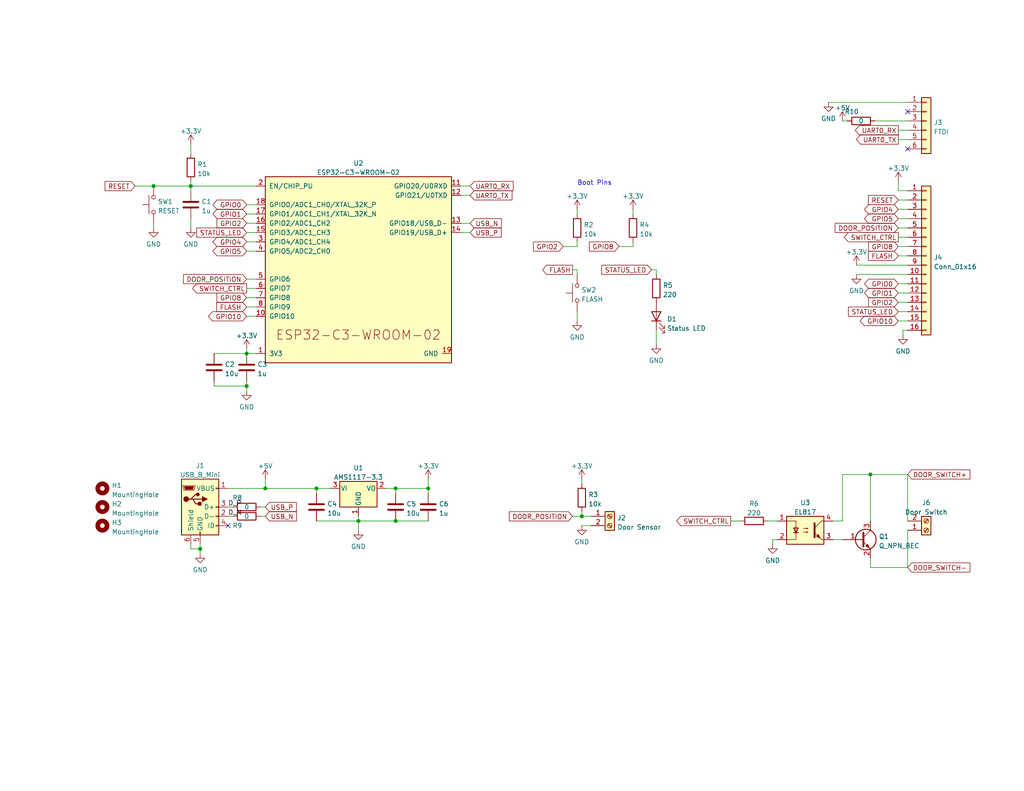
<source format=kicad_sch>
(kicad_sch (version 20211123) (generator eeschema)
  (paper "USLetter")
  (title_block (rev "1") (comment 1 "Design for JLCPCB 1-2 Layer Service"))
  (lib_symbols
    (symbol "Connector:Screw_Terminal_01x02" (pin_names (offset 1.016) hide)
      (property "Reference" "J" (at 0 2.54 0))
      (property "Value" "Screw_Terminal_01x02" (at 0 -5.08 0))
      (symbol "Screw_Terminal_01x02_1_1"
        (rectangle (start -1.27 1.27) (end 1.27 -3.81) (stroke (width 0.254)) (fill (type background)))
        (circle (center 0 -2.54) (radius 0.635) (stroke (width 0.1524)))
        (polyline (pts (xy -0.5334 -2.2098) (xy 0.3302 -3.048)) (stroke (width 0.1524)))
        (polyline (pts (xy -0.5334 0.3302) (xy 0.3302 -0.508)) (stroke (width 0.1524)))
        (polyline (pts (xy -0.3556 -2.032) (xy 0.508 -2.8702)) (stroke (width 0.1524)))
        (polyline (pts (xy -0.3556 0.508) (xy 0.508 -0.3302)) (stroke (width 0.1524)))
        (circle (center 0 0) (radius 0.635) (stroke (width 0.1524)))
        (pin passive line (at -5.08 0 0) (length 3.81) (name "Pin_1") (number "1"))
        (pin passive line (at -5.08 -2.54 0) (length 3.81) (name "Pin_2") (number "2"))
      )
    )
    (symbol "Connector:USB_B_Mini" (pin_names (offset 1.016))
      (property "Reference" "J" (at -5.08 11.43 0))
      (property "Value" "USB_B_Mini" (at -5.08 8.89 0))
      (symbol "USB_B_Mini_0_1"
        (rectangle (start -5.08 -7.62) (end 5.08 7.62) (stroke (width 0.254)) (fill (type background)))
        (circle (center -3.81 2.159) (radius 0.635) (stroke (width 0.254)) (fill (type outline)))
        (circle (center -0.635 3.429) (radius 0.381) (stroke (width 0.254)) (fill (type outline)))
        (rectangle (start -0.127 -7.62) (end 0.127 -6.858))
        (polyline (pts (xy -1.905 2.159) (xy 0.635 2.159)) (stroke (width 0.254)))
        (polyline (pts (xy -3.175 2.159) (xy -2.54 2.159) (xy -1.27 3.429) (xy -0.635 3.429)) (stroke (width 0.254)))
        (polyline (pts (xy -2.54 2.159) (xy -1.905 2.159) (xy -1.27 0.889) (xy 0 0.889)) (stroke (width 0.254)))
        (polyline (pts (xy 0.635 2.794) (xy 0.635 1.524) (xy 1.905 2.159) (xy 0.635 2.794)) (stroke (width 0.254)) (fill (type outline)))
        (polyline (pts (xy -4.318 5.588) (xy -1.778 5.588) (xy -2.032 4.826) (xy -4.064 4.826) (xy -4.318 5.588)) (fill (type outline)))
        (polyline (pts (xy -4.699 5.842) (xy -4.699 5.588) (xy -4.445 4.826) (xy -4.445 4.572) (xy -1.651 4.572) (xy -1.651 4.826) (xy -1.397 5.588) (xy -1.397 5.842) (xy -4.699 5.842)))
        (rectangle (start 0.254 1.27) (end -0.508 0.508) (stroke (width 0.254)) (fill (type outline)))
        (rectangle (start 5.08 -5.207) (end 4.318 -4.953))
        (rectangle (start 5.08 -2.667) (end 4.318 -2.413))
        (rectangle (start 5.08 -0.127) (end 4.318 0.127))
        (rectangle (start 5.08 4.953) (end 4.318 5.207))
      )
      (symbol "USB_B_Mini_1_1"
        (pin power_out line (at 7.62 5.08 180) (length 2.54) (name "VBUS") (number "1"))
        (pin bidirectional line (at 7.62 -2.54 180) (length 2.54) (name "D-") (number "2"))
        (pin bidirectional line (at 7.62 0 180) (length 2.54) (name "D+") (number "3"))
        (pin passive line (at 7.62 -5.08 180) (length 2.54) (name "ID") (number "4"))
        (pin power_out line (at 0 -10.16 90) (length 2.54) (name "GND") (number "5"))
        (pin passive line (at -2.54 -10.16 90) (length 2.54) (name "Shield") (number "6"))
      )
    )
    (symbol "Connector_Generic:Conn_01x06" (pin_names (offset 1.016) hide)
      (property "Reference" "J" (at 0 7.62 0))
      (property "Value" "Conn_01x06" (at 0 -10.16 0))
      (symbol "Conn_01x06_1_1"
        (rectangle (start -1.27 -7.493) (end 0 -7.747) (stroke (width 0.1524)))
        (rectangle (start -1.27 -4.953) (end 0 -5.207) (stroke (width 0.1524)))
        (rectangle (start -1.27 -2.413) (end 0 -2.667) (stroke (width 0.1524)))
        (rectangle (start -1.27 0.127) (end 0 -0.127) (stroke (width 0.1524)))
        (rectangle (start -1.27 2.667) (end 0 2.413) (stroke (width 0.1524)))
        (rectangle (start -1.27 5.207) (end 0 4.953) (stroke (width 0.1524)))
        (rectangle (start -1.27 6.35) (end 1.27 -8.89) (stroke (width 0.254)) (fill (type background)))
        (pin passive line (at -5.08 5.08 0) (length 3.81) (name "Pin_1") (number "1"))
        (pin passive line (at -5.08 2.54 0) (length 3.81) (name "Pin_2") (number "2"))
        (pin passive line (at -5.08 0 0) (length 3.81) (name "Pin_3") (number "3"))
        (pin passive line (at -5.08 -2.54 0) (length 3.81) (name "Pin_4") (number "4"))
        (pin passive line (at -5.08 -5.08 0) (length 3.81) (name "Pin_5") (number "5"))
        (pin passive line (at -5.08 -7.62 0) (length 3.81) (name "Pin_6") (number "6"))
      )
    )
    (symbol "Connector_Generic:Conn_01x16" (pin_names (offset 1.016) hide)
      (property "Reference" "J" (at 0 20.32 0))
      (property "Value" "Conn_01x16" (at 0 -22.86 0))
      (symbol "Conn_01x16_1_1"
        (rectangle (start -1.27 -20.193) (end 0 -20.447) (stroke (width 0.1524)))
        (rectangle (start -1.27 -17.653) (end 0 -17.907) (stroke (width 0.1524)))
        (rectangle (start -1.27 -15.113) (end 0 -15.367) (stroke (width 0.1524)))
        (rectangle (start -1.27 -12.573) (end 0 -12.827) (stroke (width 0.1524)))
        (rectangle (start -1.27 -10.033) (end 0 -10.287) (stroke (width 0.1524)))
        (rectangle (start -1.27 -7.493) (end 0 -7.747) (stroke (width 0.1524)))
        (rectangle (start -1.27 -4.953) (end 0 -5.207) (stroke (width 0.1524)))
        (rectangle (start -1.27 -2.413) (end 0 -2.667) (stroke (width 0.1524)))
        (rectangle (start -1.27 0.127) (end 0 -0.127) (stroke (width 0.1524)))
        (rectangle (start -1.27 2.667) (end 0 2.413) (stroke (width 0.1524)))
        (rectangle (start -1.27 5.207) (end 0 4.953) (stroke (width 0.1524)))
        (rectangle (start -1.27 7.747) (end 0 7.493) (stroke (width 0.1524)))
        (rectangle (start -1.27 10.287) (end 0 10.033) (stroke (width 0.1524)))
        (rectangle (start -1.27 12.827) (end 0 12.573) (stroke (width 0.1524)))
        (rectangle (start -1.27 15.367) (end 0 15.113) (stroke (width 0.1524)))
        (rectangle (start -1.27 17.907) (end 0 17.653) (stroke (width 0.1524)))
        (rectangle (start -1.27 19.05) (end 1.27 -21.59) (stroke (width 0.254)) (fill (type background)))
        (pin passive line (at -5.08 17.78 0) (length 3.81) (name "Pin_1") (number "1"))
        (pin passive line (at -5.08 -5.08 0) (length 3.81) (name "Pin_10") (number "10"))
        (pin passive line (at -5.08 -7.62 0) (length 3.81) (name "Pin_11") (number "11"))
        (pin passive line (at -5.08 -10.16 0) (length 3.81) (name "Pin_12") (number "12"))
        (pin passive line (at -5.08 -12.7 0) (length 3.81) (name "Pin_13") (number "13"))
        (pin passive line (at -5.08 -15.24 0) (length 3.81) (name "Pin_14") (number "14"))
        (pin passive line (at -5.08 -17.78 0) (length 3.81) (name "Pin_15") (number "15"))
        (pin passive line (at -5.08 -20.32 0) (length 3.81) (name "Pin_16") (number "16"))
        (pin passive line (at -5.08 15.24 0) (length 3.81) (name "Pin_2") (number "2"))
        (pin passive line (at -5.08 12.7 0) (length 3.81) (name "Pin_3") (number "3"))
        (pin passive line (at -5.08 10.16 0) (length 3.81) (name "Pin_4") (number "4"))
        (pin passive line (at -5.08 7.62 0) (length 3.81) (name "Pin_5") (number "5"))
        (pin passive line (at -5.08 5.08 0) (length 3.81) (name "Pin_6") (number "6"))
        (pin passive line (at -5.08 2.54 0) (length 3.81) (name "Pin_7") (number "7"))
        (pin passive line (at -5.08 0 0) (length 3.81) (name "Pin_8") (number "8"))
        (pin passive line (at -5.08 -2.54 0) (length 3.81) (name "Pin_9") (number "9"))
      )
    )
    (symbol "Device:C" (pin_numbers hide) (pin_names (offset 0.254))
      (property "Reference" "C" (at 0.635 2.54 0))
      (property "Value" "C" (at 0.635 -2.54 0))
      (symbol "C_0_1"
        (polyline (pts (xy -2.032 -0.762) (xy 2.032 -0.762)) (stroke (width 0.508)))
        (polyline (pts (xy -2.032 0.762) (xy 2.032 0.762)) (stroke (width 0.508)))
      )
      (symbol "C_1_1"
        (pin passive line (at 0 3.81 270) (length 2.794) (name "~") (number "1"))
        (pin passive line (at 0 -3.81 90) (length 2.794) (name "~") (number "2"))
      )
    )
    (symbol "Device:LED" (pin_numbers hide) (pin_names (offset 1.016) hide)
      (property "Reference" "D" (at 0 2.54 0))
      (property "Value" "LED" (at 0 -2.54 0))
      (symbol "LED_0_1"
        (polyline (pts (xy -1.27 -1.27) (xy -1.27 1.27)) (stroke (width 0.254)))
        (polyline (pts (xy -1.27 0) (xy 1.27 0)))
        (polyline (pts (xy 1.27 -1.27) (xy 1.27 1.27) (xy -1.27 0) (xy 1.27 -1.27)) (stroke (width 0.254)))
        (polyline (pts (xy -3.048 -0.762) (xy -4.572 -2.286) (xy -3.81 -2.286) (xy -4.572 -2.286) (xy -4.572 -1.524)))
        (polyline (pts (xy -1.778 -0.762) (xy -3.302 -2.286) (xy -2.54 -2.286) (xy -3.302 -2.286) (xy -3.302 -1.524)))
      )
      (symbol "LED_1_1"
        (pin passive line (at -3.81 0 0) (length 2.54) (name "K") (number "1"))
        (pin passive line (at 3.81 0 180) (length 2.54) (name "A") (number "2"))
      )
    )
    (symbol "Device:Q_NPN_BEC" (pin_names (offset 0) hide)
      (property "Reference" "Q" (at 5.08 1.27 0))
      (property "Value" "Q_NPN_BEC" (at 5.08 -1.27 0))
      (symbol "Q_NPN_BEC_0_1"
        (polyline (pts (xy 0.635 0.635) (xy 2.54 2.54)))
        (polyline (pts (xy 0.635 -0.635) (xy 2.54 -2.54) (xy 2.54 -2.54)))
        (polyline (pts (xy 0.635 1.905) (xy 0.635 -1.905) (xy 0.635 -1.905)) (stroke (width 0.508)))
        (polyline (pts (xy 1.27 -1.778) (xy 1.778 -1.27) (xy 2.286 -2.286) (xy 1.27 -1.778) (xy 1.27 -1.778)) (fill (type outline)))
        (circle (center 1.27 0) (radius 2.8194) (stroke (width 0.254)))
      )
      (symbol "Q_NPN_BEC_1_1"
        (pin input line (at -5.08 0 0) (length 5.715) (name "B") (number "1"))
        (pin passive line (at 2.54 -5.08 90) (length 2.54) (name "E") (number "2"))
        (pin passive line (at 2.54 5.08 270) (length 2.54) (name "C") (number "3"))
      )
    )
    (symbol "Device:R" (pin_numbers hide) (pin_names (offset 0))
      (property "Reference" "R" (at 2.032 0 90))
      (property "Value" "R" (at 0 0 90))
      (symbol "R_0_1"
        (rectangle (start -1.016 -2.54) (end 1.016 2.54) (stroke (width 0.254)))
      )
      (symbol "R_1_1"
        (pin passive line (at 0 3.81 270) (length 1.27) (name "~") (number "1"))
        (pin passive line (at 0 -3.81 90) (length 1.27) (name "~") (number "2"))
      )
    )
    (symbol "Espressif:ESP32-C3-WROOM-02" (pin_names (offset 1.016))
      (property "Reference" "U" (at -25.4 30.48 0))
      (property "Value" "ESP32-C3-WROOM-02" (at -25.4 27.94 0))
      (symbol "ESP32-C3-WROOM-02_0_0"
        (text "ESP32-C3-WROOM-02" (at 0 -17.78 0) (effects (font (size 2.54 2.54))))
      )
      (symbol "ESP32-C3-WROOM-02_0_1"
        (rectangle (start -25.4 25.4) (end 25.4 -25.4) (stroke (width 0.254)) (fill (type background)))
      )
      (symbol "ESP32-C3-WROOM-02_1_1"
        (pin power_in line (at -27.94 -22.86 0) (length 2.54) (name "3V3") (number "1"))
        (pin bidirectional line (at -27.94 -12.7 0) (length 2.54) (name "GPIO10") (number "10"))
        (pin bidirectional line (at 27.94 22.86 180) (length 2.54) (name "GPIO20/U0RXD") (number "11"))
        (pin bidirectional line (at 27.94 20.32 180) (length 2.54) (name "GPIO21/U0TXD") (number "12"))
        (pin bidirectional line (at 27.94 12.7 180) (length 2.54) (name "GPIO18/USB_D-") (number "13"))
        (pin bidirectional line (at 27.94 10.16 180) (length 2.54) (name "GPIO19/USB_D+") (number "14"))
        (pin bidirectional line (at -27.94 10.16 0) (length 2.54) (name "GPIO3/ADC1_CH3") (number "15"))
        (pin bidirectional line (at -27.94 12.7 0) (length 2.54) (name "GPIO2/ADC1_CH2") (number "16"))
        (pin bidirectional line (at -27.94 15.24 0) (length 2.54) (name "GPIO1/ADC1_CH1/XTAL_32K_N") (number "17"))
        (pin bidirectional line (at -27.94 17.78 0) (length 2.54) (name "GPIO0/ADC1_CH0/XTAL_32K_P") (number "18"))
        (pin passive line (at 25.4 -22.86 180) (length 2.54) (name "GND") (number "19"))
        (pin input line (at -27.94 22.86 0) (length 2.54) (name "EN/CHIP_PU") (number "2"))
        (pin bidirectional line (at -27.94 7.62 0) (length 2.54) (name "GPIO4/ADC1_CH4") (number "3"))
        (pin bidirectional line (at -27.94 5.08 0) (length 2.54) (name "GPIO5/ADC2_CH0") (number "4"))
        (pin bidirectional line (at -27.94 -2.54 0) (length 2.54) (name "GPIO6") (number "5"))
        (pin bidirectional line (at -27.94 -5.08 0) (length 2.54) (name "GPIO7") (number "6"))
        (pin bidirectional line (at -27.94 -7.62 0) (length 2.54) (name "GPIO8") (number "7"))
        (pin bidirectional line (at -27.94 -10.16 0) (length 2.54) (name "GPIO9") (number "8"))
        (pin power_in line (at 25.4 -22.86 180) (length 2.54) hide (name "GND") (number "9"))
      )
    )
    (symbol "Isolator:EL817" (pin_names (offset 1.016))
      (property "Reference" "U" (at -5.08 5.08 0))
      (property "Value" "EL817" (at 0 5.08 0))
      (symbol "EL817_0_1"
        (rectangle (start -5.08 3.81) (end 5.08 -3.81) (stroke (width 0.254)) (fill (type background)))
        (polyline (pts (xy -3.175 -0.635) (xy -1.905 -0.635)) (stroke (width 0.254)))
        (polyline (pts (xy 2.54 0.635) (xy 4.445 2.54)))
        (polyline (pts (xy 4.445 -2.54) (xy 2.54 -0.635)) (fill (type outline)))
        (polyline (pts (xy 4.445 -2.54) (xy 5.08 -2.54)))
        (polyline (pts (xy 4.445 2.54) (xy 5.08 2.54)))
        (polyline (pts (xy -5.08 2.54) (xy -2.54 2.54) (xy -2.54 -0.635)))
        (polyline (pts (xy -2.54 -0.635) (xy -2.54 -2.54) (xy -5.08 -2.54)))
        (polyline (pts (xy 2.54 1.905) (xy 2.54 -1.905) (xy 2.54 -1.905)) (stroke (width 0.508)))
        (polyline (pts (xy -2.54 -0.635) (xy -3.175 0.635) (xy -1.905 0.635) (xy -2.54 -0.635)) (stroke (width 0.254)))
        (polyline (pts (xy -0.508 -0.508) (xy 0.762 -0.508) (xy 0.381 -0.635) (xy 0.381 -0.381) (xy 0.762 -0.508)))
        (polyline (pts (xy -0.508 0.508) (xy 0.762 0.508) (xy 0.381 0.381) (xy 0.381 0.635) (xy 0.762 0.508)))
        (polyline (pts (xy 3.048 -1.651) (xy 3.556 -1.143) (xy 4.064 -2.159) (xy 3.048 -1.651) (xy 3.048 -1.651)) (fill (type outline)))
      )
      (symbol "EL817_1_1"
        (pin passive line (at -7.62 2.54 0) (length 2.54) (name "~") (number "1"))
        (pin passive line (at -7.62 -2.54 0) (length 2.54) (name "~") (number "2"))
        (pin passive line (at 7.62 -2.54 180) (length 2.54) (name "~") (number "3"))
        (pin passive line (at 7.62 2.54 180) (length 2.54) (name "~") (number "4"))
      )
    )
    (symbol "Mechanical:MountingHole" (pin_names (offset 1.016))
      (property "Reference" "H" (at 0 5.08 0))
      (property "Value" "MountingHole" (at 0 3.175 0))
      (symbol "MountingHole_0_1"
        (circle (center 0 0) (radius 1.27) (stroke (width 1.27)))
      )
    )
    (symbol "Regulator_Linear:AMS1117-3.3" (pin_names (offset 0.254))
      (property "Reference" "U" (at -3.81 3.175 0))
      (property "Value" "AMS1117-3.3" (at 0 3.175 0))
      (symbol "AMS1117-3.3_0_1"
        (rectangle (start -5.08 -5.08) (end 5.08 1.905) (stroke (width 0.254)) (fill (type background)))
      )
      (symbol "AMS1117-3.3_1_1"
        (pin power_in line (at 0 -7.62 90) (length 2.54) (name "GND") (number "1"))
        (pin power_out line (at 7.62 0 180) (length 2.54) (name "VO") (number "2"))
        (pin power_in line (at -7.62 0 0) (length 2.54) (name "VI") (number "3"))
      )
    )
    (symbol "Switch:SW_Push" (pin_numbers hide) (pin_names (offset 1.016) hide)
      (property "Reference" "SW" (at 1.27 2.54 0))
      (property "Value" "SW_Push" (at 0 -1.524 0))
      (symbol "SW_Push_0_1"
        (circle (center -2.032 0) (radius 0.508))
        (polyline (pts (xy 0 1.27) (xy 0 3.048)))
        (polyline (pts (xy 2.54 1.27) (xy -2.54 1.27)))
        (circle (center 2.032 0) (radius 0.508))
        (pin passive line (at -5.08 0 0) (length 2.54) (name "1") (number "1"))
        (pin passive line (at 5.08 0 180) (length 2.54) (name "2") (number "2"))
      )
    )
    (symbol "power:+3.3V" (power) (pin_names (offset 0))
      (property "Value" "+3.3V" (at 0 3.556 0))
      (symbol "+3.3V_0_1"
        (polyline (pts (xy -0.762 1.27) (xy 0 2.54)))
        (polyline (pts (xy 0 0) (xy 0 2.54)))
        (polyline (pts (xy 0 2.54) (xy 0.762 1.27)))
      )
      (symbol "+3.3V_1_1"
        (pin power_in line (at 0 0 90) (length 0) hide (name "+3.3V") (number "1"))
      )
    )
    (symbol "power:+5V" (power) (pin_names (offset 0))
      (property "Value" "+5V" (at 0 3.556 0))
      (symbol "+5V_0_1"
        (polyline (pts (xy -0.762 1.27) (xy 0 2.54)))
        (polyline (pts (xy 0 0) (xy 0 2.54)))
        (polyline (pts (xy 0 2.54) (xy 0.762 1.27)))
      )
      (symbol "+5V_1_1"
        (pin power_in line (at 0 0 90) (length 0) hide (name "+5V") (number "1"))
      )
    )
    (symbol "power:GND" (power) (pin_names (offset 0))
      (property "Value" "GND" (at 0 -3.81 0))
      (symbol "GND_0_1"
        (polyline (pts (xy 0 0) (xy 0 -1.27) (xy 1.27 -1.27) (xy 0 -2.54) (xy -1.27 -1.27) (xy 0 -1.27)))
      )
      (symbol "GND_1_1"
        (pin power_in line (at 0 0 270) (length 0) hide (name "GND") (number "1"))
      )
    )
  )
  (junction (at 67.31 96.52))
  (junction (at 107.95 133.35))
  (junction (at 97.79 142.24))
  (junction (at 67.31 105.41))
  (junction (at 41.91 50.8))
  (junction (at 158.75 140.97))
  (junction (at 107.95 142.24))
  (junction (at 116.84 133.35))
  (junction (at 54.61 149.86))
  (junction (at 86.36 133.35))
  (junction (at 72.39 133.35))
  (junction (at 52.07 50.8))
  (junction (at 237.49 129.54))
  (no_connect (at 247.65 40.64))
  (no_connect (at 247.65 30.48))
  (no_connect (at 62.23 143.51))
  (wire (pts (xy 245.11 82.55) (xy 247.65 82.55)))
  (wire (pts (xy 67.31 104.14) (xy 67.31 105.41)))
  (wire (pts (xy 107.95 133.35) (xy 107.95 134.62)))
  (wire (pts (xy 229.87 129.54) (xy 229.87 142.24)))
  (wire (pts (xy 245.11 62.23) (xy 247.65 62.23)))
  (wire (pts (xy 156.21 73.66) (xy 157.48 73.66)))
  (wire (pts (xy 86.36 133.35) (xy 86.36 134.62)))
  (wire (pts (xy 67.31 83.82) (xy 69.85 83.82)))
  (wire (pts (xy 172.72 57.15) (xy 172.72 58.42)))
  (wire (pts (xy 158.75 139.7) (xy 158.75 140.97)))
  (wire (pts (xy 237.49 154.94) (xy 247.65 154.94)))
  (wire (pts (xy 90.17 133.35) (xy 86.36 133.35)))
  (wire (pts (xy 245.11 77.47) (xy 247.65 77.47)))
  (wire (pts (xy 107.95 133.35) (xy 116.84 133.35)))
  (wire (pts (xy 125.73 63.5) (xy 128.27 63.5)))
  (wire (pts (xy 246.38 90.17) (xy 246.38 91.44)))
  (wire (pts (xy 237.49 129.54) (xy 237.49 142.24)))
  (wire (pts (xy 158.75 140.97) (xy 161.29 140.97)))
  (wire (pts (xy 107.95 142.24) (xy 116.84 142.24)))
  (wire (pts (xy 245.11 38.1) (xy 247.65 38.1)))
  (wire (pts (xy 67.31 60.96) (xy 69.85 60.96)))
  (wire (pts (xy 229.87 33.02) (xy 231.14 33.02)))
  (wire (pts (xy 245.11 54.61) (xy 247.65 54.61)))
  (wire (pts (xy 62.23 140.97) (xy 63.5 140.97)))
  (wire (pts (xy 199.39 142.24) (xy 201.93 142.24)))
  (wire (pts (xy 226.06 27.94) (xy 247.65 27.94)))
  (wire (pts (xy 245.11 57.15) (xy 247.65 57.15)))
  (wire (pts (xy 116.84 133.35) (xy 116.84 134.62)))
  (wire (pts (xy 229.87 129.54) (xy 237.49 129.54)))
  (wire (pts (xy 227.33 147.32) (xy 229.87 147.32)))
  (wire (pts (xy 210.82 147.32) (xy 210.82 148.59)))
  (wire (pts (xy 247.65 154.94) (xy 247.65 144.78)))
  (wire (pts (xy 62.23 133.35) (xy 72.39 133.35)))
  (wire (pts (xy 72.39 138.43) (xy 71.12 138.43)))
  (wire (pts (xy 41.91 50.8) (xy 52.07 50.8)))
  (wire (pts (xy 67.31 95.25) (xy 67.31 96.52)))
  (wire (pts (xy 36.83 50.8) (xy 41.91 50.8)))
  (wire (pts (xy 157.48 73.66) (xy 157.48 74.93)))
  (wire (pts (xy 245.11 52.07) (xy 247.65 52.07)))
  (wire (pts (xy 71.12 140.97) (xy 72.39 140.97)))
  (wire (pts (xy 245.11 80.01) (xy 247.65 80.01)))
  (wire (pts (xy 67.31 58.42) (xy 69.85 58.42)))
  (wire (pts (xy 116.84 133.35) (xy 116.84 130.81)))
  (wire (pts (xy 67.31 66.04) (xy 69.85 66.04)))
  (wire (pts (xy 157.48 57.15) (xy 157.48 58.42)))
  (wire (pts (xy 245.11 35.56) (xy 247.65 35.56)))
  (wire (pts (xy 58.42 96.52) (xy 67.31 96.52)))
  (wire (pts (xy 67.31 76.2) (xy 69.85 76.2)))
  (wire (pts (xy 245.11 87.63) (xy 247.65 87.63)))
  (wire (pts (xy 237.49 129.54) (xy 247.65 129.54)))
  (wire (pts (xy 67.31 81.28) (xy 69.85 81.28)))
  (wire (pts (xy 247.65 129.54) (xy 247.65 142.24)))
  (wire (pts (xy 245.11 49.53) (xy 245.11 52.07)))
  (wire (pts (xy 212.09 147.32) (xy 210.82 147.32)))
  (wire (pts (xy 58.42 104.14) (xy 58.42 105.41)))
  (wire (pts (xy 245.11 85.09) (xy 247.65 85.09)))
  (wire (pts (xy 63.5 138.43) (xy 62.23 138.43)))
  (wire (pts (xy 245.11 67.31) (xy 247.65 67.31)))
  (wire (pts (xy 233.68 74.93) (xy 247.65 74.93)))
  (wire (pts (xy 172.72 66.04) (xy 172.72 67.31)))
  (wire (pts (xy 67.31 68.58) (xy 69.85 68.58)))
  (wire (pts (xy 168.91 67.31) (xy 172.72 67.31)))
  (wire (pts (xy 156.21 140.97) (xy 158.75 140.97)))
  (wire (pts (xy 125.73 53.34) (xy 128.27 53.34)))
  (wire (pts (xy 97.79 142.24) (xy 107.95 142.24)))
  (wire (pts (xy 105.41 133.35) (xy 107.95 133.35)))
  (wire (pts (xy 227.33 142.24) (xy 229.87 142.24)))
  (wire (pts (xy 67.31 55.88) (xy 69.85 55.88)))
  (wire (pts (xy 67.31 63.5) (xy 69.85 63.5)))
  (wire (pts (xy 245.11 59.69) (xy 247.65 59.69)))
  (wire (pts (xy 52.07 50.8) (xy 69.85 50.8)))
  (wire (pts (xy 41.91 60.96) (xy 41.91 62.23)))
  (wire (pts (xy 238.76 33.02) (xy 247.65 33.02)))
  (wire (pts (xy 52.07 49.53) (xy 52.07 50.8)))
  (wire (pts (xy 158.75 130.81) (xy 158.75 132.08)))
  (wire (pts (xy 177.8 73.66) (xy 179.07 73.66)))
  (wire (pts (xy 67.31 86.36) (xy 69.85 86.36)))
  (wire (pts (xy 58.42 105.41) (xy 67.31 105.41)))
  (wire (pts (xy 52.07 59.69) (xy 52.07 62.23)))
  (wire (pts (xy 125.73 60.96) (xy 128.27 60.96)))
  (wire (pts (xy 233.68 72.39) (xy 247.65 72.39)))
  (wire (pts (xy 237.49 152.4) (xy 237.49 154.94)))
  (wire (pts (xy 54.61 148.59) (xy 54.61 149.86)))
  (wire (pts (xy 245.11 69.85) (xy 247.65 69.85)))
  (wire (pts (xy 179.07 74.93) (xy 179.07 73.66)))
  (wire (pts (xy 157.48 66.04) (xy 157.48 67.31)))
  (wire (pts (xy 158.75 143.51) (xy 161.29 143.51)))
  (wire (pts (xy 72.39 133.35) (xy 86.36 133.35)))
  (wire (pts (xy 245.11 64.77) (xy 247.65 64.77)))
  (wire (pts (xy 67.31 105.41) (xy 67.31 106.68)))
  (wire (pts (xy 179.07 90.17) (xy 179.07 93.98)))
  (wire (pts (xy 209.55 142.24) (xy 212.09 142.24)))
  (wire (pts (xy 67.31 78.74) (xy 69.85 78.74)))
  (wire (pts (xy 72.39 130.81) (xy 72.39 133.35)))
  (wire (pts (xy 247.65 90.17) (xy 246.38 90.17)))
  (wire (pts (xy 97.79 142.24) (xy 97.79 144.78)))
  (wire (pts (xy 157.48 85.09) (xy 157.48 87.63)))
  (wire (pts (xy 52.07 39.37) (xy 52.07 41.91)))
  (wire (pts (xy 153.67 67.31) (xy 157.48 67.31)))
  (wire (pts (xy 125.73 50.8) (xy 128.27 50.8)))
  (wire (pts (xy 86.36 142.24) (xy 97.79 142.24)))
  (wire (pts (xy 97.79 140.97) (xy 97.79 142.24)))
  (wire (pts (xy 52.07 148.59) (xy 52.07 149.86)))
  (wire (pts (xy 67.31 96.52) (xy 69.85 96.52)))
  (wire (pts (xy 52.07 149.86) (xy 54.61 149.86)))
  (wire (pts (xy 52.07 50.8) (xy 52.07 52.07)))
  (wire (pts (xy 54.61 149.86) (xy 54.61 151.13)))
  (text "Boot Pins" (at 157.48 50.8 0) (effects (font (size 1.27 1.27)) (justify left bottom)))
  (label "D_P" (at 62.23 138.43 0))
  (label "D_N" (at 62.23 140.97 0))
  (global_label "FLASH" (shape output) (at 156.21 73.66 180) (property "Intersheet References" "${INTERSHEET_REFS}" (effects hide)))
  (global_label "GPIO4" (shape bidirectional) (at 245.11 57.15 180) (property "Intersheet References" "${INTERSHEET_REFS}" (effects hide)))
  (global_label "UART0_RX" (shape input) (at 128.27 50.8 0) (property "Intersheet References" "${INTERSHEET_REFS}" (effects hide)))
  (global_label "USB_N" (shape input) (at 128.27 60.96 0) (property "Intersheet References" "${INTERSHEET_REFS}" (effects hide)))
  (global_label "USB_P" (shape input) (at 128.27 63.5 0) (property "Intersheet References" "${INTERSHEET_REFS}" (effects hide)))
  (global_label "GPIO0" (shape bidirectional) (at 245.11 77.47 180) (property "Intersheet References" "${INTERSHEET_REFS}" (effects hide)))
  (global_label "GPIO4" (shape bidirectional) (at 67.31 66.04 180) (property "Intersheet References" "${INTERSHEET_REFS}" (effects hide)))
  (global_label "FLASH" (shape input) (at 67.31 83.82 180) (property "Intersheet References" "${INTERSHEET_REFS}" (effects hide)))
  (global_label "GPIO10" (shape bidirectional) (at 245.11 87.63 180) (property "Intersheet References" "${INTERSHEET_REFS}" (effects hide)))
  (global_label "GPIO1" (shape bidirectional) (at 67.31 58.42 180) (property "Intersheet References" "${INTERSHEET_REFS}" (effects hide)))
  (global_label "GPIO1" (shape bidirectional) (at 245.11 80.01 180) (property "Intersheet References" "${INTERSHEET_REFS}" (effects hide)))
  (global_label "GPIO2" (shape input) (at 67.31 60.96 180) (property "Intersheet References" "${INTERSHEET_REFS}" (effects hide)))
  (global_label "GPIO5" (shape bidirectional) (at 67.31 68.58 180) (property "Intersheet References" "${INTERSHEET_REFS}" (effects hide)))
  (global_label "RESET" (shape input) (at 245.11 54.61 180) (property "Intersheet References" "${INTERSHEET_REFS}" (effects hide)))
  (global_label "DOOR_SWITCH+" (shape input) (at 247.65 129.54 0) (property "Intersheet References" "${INTERSHEET_REFS}" (effects hide)))
  (global_label "DOOR_POSITION" (shape input) (at 156.21 140.97 180) (property "Intersheet References" "${INTERSHEET_REFS}" (effects hide)))
  (global_label "GPIO8" (shape input) (at 67.31 81.28 180) (property "Intersheet References" "${INTERSHEET_REFS}" (effects hide)))
  (global_label "UART0_TX" (shape input) (at 128.27 53.34 0) (property "Intersheet References" "${INTERSHEET_REFS}" (effects hide)))
  (global_label "STATUS_LED" (shape input) (at 177.8 73.66 180) (property "Intersheet References" "${INTERSHEET_REFS}" (effects hide)))
  (global_label "GPIO8" (shape input) (at 245.11 67.31 180) (property "Intersheet References" "${INTERSHEET_REFS}" (effects hide)))
  (global_label "SWITCH_CTRL" (shape output) (at 199.39 142.24 180) (property "Intersheet References" "${INTERSHEET_REFS}" (effects hide)))
  (global_label "UART0_RX" (shape output) (at 245.11 35.56 180) (property "Intersheet References" "${INTERSHEET_REFS}" (effects hide)))
  (global_label "DOOR_SWITCH-" (shape input) (at 247.65 154.94 0) (property "Intersheet References" "${INTERSHEET_REFS}" (effects hide)))
  (global_label "GPIO2" (shape input) (at 245.11 82.55 180) (property "Intersheet References" "${INTERSHEET_REFS}" (effects hide)))
  (global_label "GPIO10" (shape bidirectional) (at 67.31 86.36 180) (property "Intersheet References" "${INTERSHEET_REFS}" (effects hide)))
  (global_label "DOOR_POSITION" (shape input) (at 245.11 62.23 180) (property "Intersheet References" "${INTERSHEET_REFS}" (effects hide)))
  (global_label "GPIO2" (shape input) (at 153.67 67.31 180) (property "Intersheet References" "${INTERSHEET_REFS}" (effects hide)))
  (global_label "STATUS_LED" (shape input) (at 245.11 85.09 180) (property "Intersheet References" "${INTERSHEET_REFS}" (effects hide)))
  (global_label "USB_N" (shape input) (at 72.39 140.97 0) (property "Intersheet References" "${INTERSHEET_REFS}" (effects hide)))
  (global_label "FLASH" (shape input) (at 245.11 69.85 180) (property "Intersheet References" "${INTERSHEET_REFS}" (effects hide)))
  (global_label "USB_P" (shape input) (at 72.39 138.43 0) (property "Intersheet References" "${INTERSHEET_REFS}" (effects hide)))
  (global_label "SWITCH_CTRL" (shape output) (at 245.11 64.77 180) (property "Intersheet References" "${INTERSHEET_REFS}" (effects hide)))
  (global_label "UART0_TX" (shape output) (at 245.11 38.1 180) (property "Intersheet References" "${INTERSHEET_REFS}" (effects hide)))
  (global_label "GPIO0" (shape bidirectional) (at 67.31 55.88 180) (property "Intersheet References" "${INTERSHEET_REFS}" (effects hide)))
  (global_label "GPIO5" (shape bidirectional) (at 245.11 59.69 180) (property "Intersheet References" "${INTERSHEET_REFS}" (effects hide)))
  (global_label "GPIO8" (shape input) (at 168.91 67.31 180) (property "Intersheet References" "${INTERSHEET_REFS}" (effects hide)))
  (global_label "STATUS_LED" (shape input) (at 67.31 63.5 180) (property "Intersheet References" "${INTERSHEET_REFS}" (effects hide)))
  (global_label "DOOR_POSITION" (shape input) (at 67.31 76.2 180) (property "Intersheet References" "${INTERSHEET_REFS}" (effects hide)))
  (global_label "SWITCH_CTRL" (shape output) (at 67.31 78.74 180) (property "Intersheet References" "${INTERSHEET_REFS}" (effects hide)))
  (global_label "RESET" (shape input) (at 36.83 50.8 180) (property "Intersheet References" "${INTERSHEET_REFS}" (effects hide)))
  (symbol (lib_id "power:GND") (at 158.75 143.51 0) (unit 1)
    (property "Reference" "#PWR013" (effects hide))
    (property "Value" "GND" (at 158.75 147.9534 0))
  )
  (symbol (lib_id "Mechanical:MountingHole") (at 27.94 133.35 0) (unit 1)
    (property "Reference" "H1" (at 30.48 132.5153 0) (effects (justify left)))
    (property "Value" "MountingHole" (at 30.48 135.0522 0) (effects (justify left)))
    (property "Footprint" "MountingHole:MountingHole_3.2mm_M3" (effects hide))
  )
  (symbol (lib_id "Device:R") (at 67.31 140.97 90) (unit 1)
    (property "Reference" "R9" (at 64.77 143.51 90))
    (property "Value" "0" (at 67.31 140.97 90))
    (property "Footprint" "Resistor_SMD:R_0603_1608Metric" (effects hide))
  )
  (symbol (lib_id "Espressif:ESP32-C3-WROOM-02") (at 97.79 73.66 0) (unit 1)
    (property "Reference" "U2" (at 97.79 44.5602 0))
    (property "Value" "ESP32-C3-WROOM-02" (at 97.79 47.0971 0))
    (property "Footprint" "Espressif:ESP32-C3-WROOM-02" (effects hide))
    (property "Datasheet" "https://www.espressif.com/sites/default/files/documentation/esp32-c3-wroom-02_datasheet_en.pdf" (effects hide))
  )
  (symbol (lib_id "Mechanical:MountingHole") (at 27.94 143.51 0) (unit 1)
    (property "Reference" "H3" (at 30.48 142.6753 0) (effects (justify left)))
    (property "Value" "MountingHole" (at 30.48 145.2122 0) (effects (justify left)))
    (property "Footprint" "MountingHole:MountingHole_3.2mm_M3" (effects hide))
  )
  (symbol (lib_id "Device:C") (at 58.42 100.33 0) (unit 1)
    (property "Reference" "C2" (at 61.341 99.4953 0) (effects (justify left)))
    (property "Value" "10u" (at 61.341 102.0322 0) (effects (justify left)))
    (property "Footprint" "Capacitor_SMD:C_0805_2012Metric" (effects hide))
  )
  (symbol (lib_id "power:GND") (at 226.06 27.94 0) (unit 1)
    (property "Reference" "#PWR017" (effects hide))
    (property "Value" "GND" (at 226.06 32.3834 0))
  )
  (symbol (lib_id "Connector_Generic:Conn_01x16") (at 252.73 69.85 0) (unit 1)
    (property "Reference" "J4" (at 254.762 70.2853 0) (effects (justify left)))
    (property "Value" "Conn_01x16" (at 254.762 72.8222 0) (effects (justify left)))
    (property "Footprint" "Connector_PinHeader_2.54mm:PinHeader_1x16_P2.54mm_Vertical" (effects hide))
  )
  (symbol (lib_id "Device:R") (at 67.31 138.43 90) (unit 1)
    (property "Reference" "R8" (at 64.77 135.89 90))
    (property "Value" "0" (at 67.31 138.43 90))
    (property "Footprint" "Resistor_SMD:R_0603_1608Metric" (effects hide))
  )
  (symbol (lib_id "Device:R") (at 179.07 78.74 180) (unit 1)
    (property "Reference" "R5" (at 180.848 77.9053 0) (effects (justify right)))
    (property "Value" "220" (at 180.848 80.4422 0) (effects (justify right)))
    (property "Footprint" "Resistor_SMD:R_0603_1608Metric" (effects hide))
  )
  (symbol (lib_id "power:+3.3V") (at 233.68 72.39 0) (unit 1)
    (property "Reference" "#PWR021" (effects hide))
    (property "Value" "+3.3V" (at 233.68 68.8142 0))
  )
  (symbol (lib_id "power:+3.3V") (at 67.31 95.25 0) (unit 1)
    (property "Reference" "#PWR05" (effects hide))
    (property "Value" "+3.3V" (at 67.31 91.6742 0))
  )
  (symbol (lib_id "power:+3.3V") (at 52.07 39.37 0) (unit 1)
    (property "Reference" "#PWR02" (effects hide))
    (property "Value" "+3.3V" (at 52.07 35.7942 0))
  )
  (symbol (lib_id "Device:C") (at 86.36 138.43 0) (unit 1)
    (property "Reference" "C4" (at 89.281 137.5953 0) (effects (justify left)))
    (property "Value" "10u" (at 89.281 140.1322 0) (effects (justify left)))
    (property "Footprint" "Capacitor_SMD:C_0805_2012Metric" (effects hide))
  )
  (symbol (lib_id "Device:C") (at 67.31 100.33 0) (unit 1)
    (property "Reference" "C3" (at 70.231 99.4953 0) (effects (justify left)))
    (property "Value" "1u" (at 70.231 102.0322 0) (effects (justify left)))
    (property "Footprint" "Capacitor_SMD:C_0805_2012Metric" (effects hide))
  )
  (symbol (lib_id "Regulator_Linear:AMS1117-3.3") (at 97.79 133.35 0) (unit 1)
    (property "Reference" "U1" (at 97.79 127.7452 0))
    (property "Value" "AMS1117-3.3" (at 97.79 130.2821 0))
    (property "Footprint" "Package_TO_SOT_SMD:SOT-223-3_TabPin2" (effects hide))
    (property "Datasheet" "http://www.advanced-monolithic.com/pdf/ds1117.pdf" (effects hide))
  )
  (symbol (lib_id "Connector:USB_B_Mini") (at 54.61 138.43 0) (unit 1)
    (property "Reference" "J1" (at 54.61 127.1102 0))
    (property "Value" "USB_B_Mini" (at 54.61 129.6471 0))
    (property "Footprint" "Connector_USB:USB_Mini-B_Lumberg_2486_01_Horizontal" (effects hide))
  )
  (symbol (lib_id "Device:C") (at 52.07 55.88 0) (unit 1)
    (property "Reference" "C1" (at 54.991 55.0453 0) (effects (justify left)))
    (property "Value" "1u" (at 54.991 57.5822 0) (effects (justify left)))
    (property "Footprint" "Capacitor_SMD:C_0805_2012Metric" (effects hide))
  )
  (symbol (lib_id "Device:LED") (at 179.07 86.36 90) (unit 1)
    (property "Reference" "D1" (at 181.991 87.1128 90) (effects (justify right)))
    (property "Value" "Status LED" (at 181.991 89.6497 90) (effects (justify right)))
    (property "Footprint" "LED_SMD:LED_0603_1608Metric" (effects hide))
  )
  (symbol (lib_id "power:GND") (at 54.61 151.13 0) (unit 1)
    (property "Reference" "#PWR04" (effects hide))
    (property "Value" "GND" (at 54.61 155.5734 0))
  )
  (symbol (lib_id "Device:C") (at 116.84 138.43 0) (unit 1)
    (property "Reference" "C6" (at 119.761 137.5953 0) (effects (justify left)))
    (property "Value" "1u" (at 119.761 140.1322 0) (effects (justify left)))
    (property "Footprint" "Capacitor_SMD:C_0805_2012Metric" (effects hide))
  )
  (symbol (lib_id "power:GND") (at 210.82 148.59 0) (unit 1)
    (property "Reference" "#PWR016" (effects hide))
    (property "Value" "GND" (at 210.82 153.0334 0))
  )
  (symbol (lib_id "power:GND") (at 233.68 74.93 0) (unit 1)
    (property "Reference" "#PWR020" (effects hide))
    (property "Value" "GND" (at 233.68 79.3734 0))
  )
  (symbol (lib_id "Device:R") (at 172.72 62.23 0) (unit 1)
    (property "Reference" "R4" (at 174.498 61.3953 0) (effects (justify left)))
    (property "Value" "10k" (at 174.498 63.9322 0) (effects (justify left)))
    (property "Footprint" "Resistor_SMD:R_0603_1608Metric" (effects hide))
  )
  (symbol (lib_id "power:GND") (at 246.38 91.44 0) (unit 1)
    (property "Reference" "#PWR022" (effects hide))
    (property "Value" "GND" (at 246.38 95.8834 0))
  )
  (symbol (lib_id "Switch:SW_Push") (at 157.48 80.01 90) (unit 1)
    (property "Reference" "SW2" (at 158.623 79.1753 90) (effects (justify right)))
    (property "Value" "FLASH" (at 158.623 81.7122 90) (effects (justify right)))
    (property "Footprint" "Button_Switch_SMD:SW_SPST_TL3342" (effects hide))
  )
  (symbol (lib_id "power:+3.3V") (at 158.75 130.81 0) (unit 1)
    (property "Reference" "#PWR012" (effects hide))
    (property "Value" "+3.3V" (at 158.75 127.2342 0))
  )
  (symbol (lib_id "Device:Q_NPN_BEC") (at 234.95 147.32 0) (unit 1)
    (property "Reference" "Q1" (at 239.8014 146.4853 0) (effects (justify left)))
    (property "Value" "Q_NPN_BEC" (at 239.8014 149.0222 0) (effects (justify left)))
    (property "Footprint" "Package_TO_SOT_SMD:SOT-23" (effects hide))
  )
  (symbol (lib_id "power:GND") (at 157.48 87.63 0) (unit 1)
    (property "Reference" "#PWR011" (effects hide))
    (property "Value" "GND" (at 157.48 92.0734 0))
  )
  (symbol (lib_id "Device:R") (at 158.75 135.89 0) (unit 1)
    (property "Reference" "R3" (at 160.528 135.0553 0) (effects (justify left)))
    (property "Value" "10k" (at 160.528 137.5922 0) (effects (justify left)))
    (property "Footprint" "Resistor_SMD:R_0603_1608Metric" (effects hide))
  )
  (symbol (lib_id "power:GND") (at 67.31 106.68 0) (unit 1)
    (property "Reference" "#PWR06" (effects hide))
    (property "Value" "GND" (at 67.31 111.1234 0))
  )
  (symbol (lib_id "Isolator:EL817") (at 219.71 144.78 0) (unit 1)
    (property "Reference" "U3" (at 219.71 137.2702 0))
    (property "Value" "EL817" (at 219.71 139.8071 0))
    (property "Footprint" "Optoisolator:EL3H7" (effects hide))
    (property "Datasheet" "http://www.everlight.com/file/ProductFile/EL817.pdf" (effects hide))
  )
  (symbol (lib_id "Device:C") (at 107.95 138.43 0) (unit 1)
    (property "Reference" "C5" (at 110.871 137.5953 0) (effects (justify left)))
    (property "Value" "10u" (at 110.871 140.1322 0) (effects (justify left)))
    (property "Footprint" "Capacitor_SMD:C_0805_2012Metric" (effects hide))
  )
  (symbol (lib_id "Connector:Screw_Terminal_01x02") (at 252.73 144.78 0) (mirror x) (unit 1)
    (property "Reference" "J6" (at 252.73 137.2702 0))
    (property "Value" "Door Switch" (at 252.73 139.8071 0))
    (property "Footprint" "TerminalBlock:TerminalBlock_bornier-2_P5.08mm" (effects hide))
  )
  (symbol (lib_id "Device:R") (at 52.07 45.72 0) (unit 1)
    (property "Reference" "R1" (at 53.848 44.8853 0) (effects (justify left)))
    (property "Value" "10k" (at 53.848 47.4222 0) (effects (justify left)))
    (property "Footprint" "Resistor_SMD:R_0603_1608Metric" (effects hide))
  )
  (symbol (lib_id "power:+3.3V") (at 116.84 130.81 0) (unit 1)
    (property "Reference" "#PWR09" (effects hide))
    (property "Value" "+3.3V" (at 116.84 127.2342 0))
  )
  (symbol (lib_id "Connector_Generic:Conn_01x06") (at 252.73 33.02 0) (unit 1)
    (property "Reference" "J3" (at 254.762 33.4553 0) (effects (justify left)))
    (property "Value" "FTDI" (at 254.762 35.9922 0) (effects (justify left)))
    (property "Footprint" "Connector_PinHeader_2.54mm:PinHeader_1x06_P2.54mm_Vertical" (effects hide))
  )
  (symbol (lib_id "power:GND") (at 97.79 144.78 0) (unit 1)
    (property "Reference" "#PWR08" (effects hide))
    (property "Value" "GND" (at 97.79 149.2234 0))
  )
  (symbol (lib_id "Connector:Screw_Terminal_01x02") (at 166.37 140.97 0) (unit 1)
    (property "Reference" "J2" (at 168.402 141.4053 0) (effects (justify left)))
    (property "Value" "Door Sensor" (at 168.402 143.9422 0) (effects (justify left)))
    (property "Footprint" "TerminalBlock:TerminalBlock_bornier-2_P5.08mm" (effects hide))
  )
  (symbol (lib_id "Device:R") (at 205.74 142.24 90) (unit 1)
    (property "Reference" "R6" (at 205.74 137.5242 90))
    (property "Value" "220" (at 205.74 140.0611 90))
    (property "Footprint" "Resistor_SMD:R_0603_1608Metric" (effects hide))
  )
  (symbol (lib_id "power:GND") (at 41.91 62.23 0) (unit 1)
    (property "Reference" "#PWR01" (effects hide))
    (property "Value" "GND" (at 41.91 66.6734 0))
  )
  (symbol (lib_id "Mechanical:MountingHole") (at 27.94 138.43 0) (unit 1)
    (property "Reference" "H2" (at 30.48 137.5953 0) (effects (justify left)))
    (property "Value" "MountingHole" (at 30.48 140.1322 0) (effects (justify left)))
    (property "Footprint" "MountingHole:MountingHole_3.2mm_M3" (effects hide))
  )
  (symbol (lib_id "power:+3.3V") (at 157.48 57.15 0) (unit 1)
    (property "Reference" "#PWR010" (effects hide))
    (property "Value" "+3.3V" (at 157.48 53.5742 0))
  )
  (symbol (lib_id "power:+5V") (at 229.87 33.02 0) (unit 1)
    (property "Reference" "#PWR018" (effects hide))
    (property "Value" "+5V" (at 229.87 29.4442 0))
  )
  (symbol (lib_id "power:+3.3V") (at 245.11 49.53 0) (unit 1)
    (property "Reference" "#PWR019" (effects hide))
    (property "Value" "+3.3V" (at 245.11 45.9542 0))
  )
  (symbol (lib_id "power:+3.3V") (at 172.72 57.15 0) (unit 1)
    (property "Reference" "#PWR014" (effects hide))
    (property "Value" "+3.3V" (at 172.72 53.5742 0))
  )
  (symbol (lib_id "power:+5V") (at 72.39 130.81 0) (unit 1)
    (property "Reference" "#PWR07" (effects hide))
    (property "Value" "+5V" (at 72.39 127.2342 0))
  )
  (symbol (lib_id "power:GND") (at 52.07 62.23 0) (unit 1)
    (property "Reference" "#PWR03" (effects hide))
    (property "Value" "GND" (at 52.07 66.6734 0))
  )
  (symbol (lib_id "Device:R") (at 157.48 62.23 0) (unit 1)
    (property "Reference" "R2" (at 159.258 61.3953 0) (effects (justify left)))
    (property "Value" "10k" (at 159.258 63.9322 0) (effects (justify left)))
    (property "Footprint" "Resistor_SMD:R_0603_1608Metric" (effects hide))
  )
  (symbol (lib_id "Switch:SW_Push") (at 41.91 55.88 90) (unit 1)
    (property "Reference" "SW1" (at 43.053 55.0453 90) (effects (justify right)))
    (property "Value" "RESET" (at 43.053 57.5822 90) (effects (justify right)))
    (property "Footprint" "Button_Switch_SMD:SW_SPST_TL3342" (effects hide))
  )
  (symbol (lib_id "power:GND") (at 179.07 93.98 0) (unit 1)
    (property "Reference" "#PWR015" (effects hide))
    (property "Value" "GND" (at 179.07 98.4234 0))
  )
  (symbol (lib_id "Device:R") (at 234.95 33.02 90) (unit 1)
    (property "Reference" "R10" (at 232.41 30.48 90))
    (property "Value" "0" (at 234.95 33.02 90))
    (property "Footprint" "Resistor_SMD:R_0603_1608Metric" (effects hide))
  )
)
</source>
